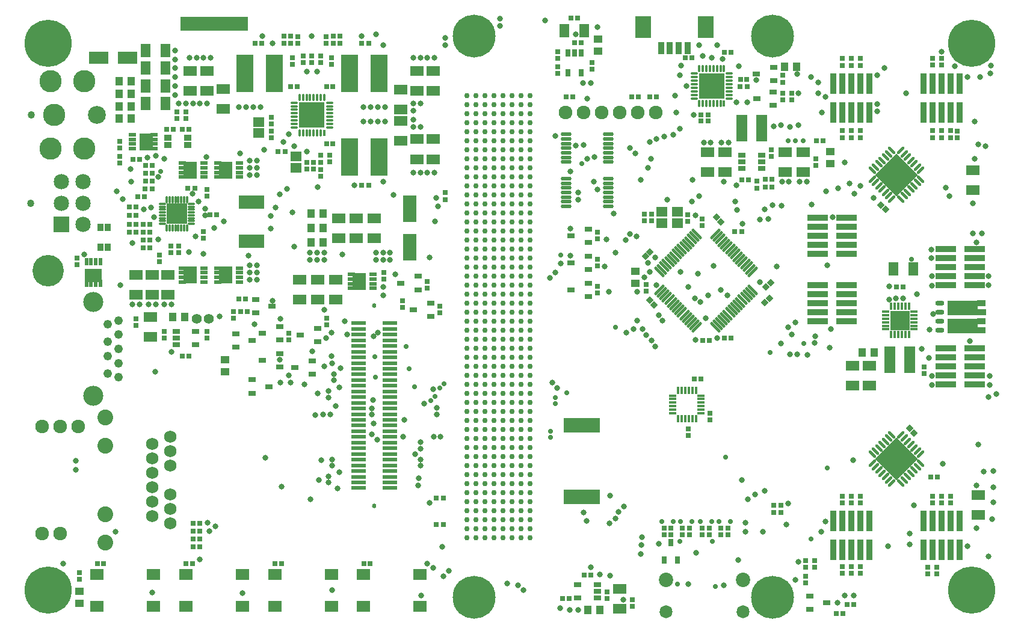
<source format=gts>
G04 Layer_Color=8388736*
%FSLAX25Y25*%
%MOIN*%
G70*
G01*
G75*
%ADD128R,0.08768X0.12311*%
%ADD129R,0.03650X0.06799*%
%ADD130R,0.04043X0.02153*%
%ADD131R,0.07193X0.09831*%
%ADD132R,0.11400X0.03300*%
%ADD133R,0.20185X0.08374*%
%ADD134R,0.03020X0.03020*%
%ADD135R,0.03020X0.03020*%
%ADD136R,0.02862X0.02665*%
%ADD137R,0.06209X0.05618*%
%ADD138R,0.14004X0.07705*%
%ADD139O,0.01287X0.04043*%
%ADD140O,0.04043X0.01287*%
%ADD141R,0.11524X0.11524*%
%ADD142R,0.02665X0.02862*%
%ADD143R,0.03453X0.04437*%
%ADD144O,0.04043X0.01484*%
%ADD145O,0.01484X0.04043*%
%ADD146P,0.04270X4X180.0*%
%ADD147O,0.06012X0.02272*%
%ADD148R,0.05618X0.07587*%
%ADD149R,0.04831X0.04437*%
%ADD150R,0.14083X0.14083*%
%ADD151O,0.03847X0.01484*%
%ADD152O,0.01484X0.03847*%
%ADD153O,0.01484X0.03650*%
%ADD154R,0.07587X0.05618*%
%ADD155P,0.23535X4X180.0*%
G04:AMPARAMS|DCode=156|XSize=16.81mil|YSize=52.24mil|CornerRadius=0mil|HoleSize=0mil|Usage=FLASHONLY|Rotation=135.000|XOffset=0mil|YOffset=0mil|HoleType=Round|Shape=Round|*
%AMOVALD156*
21,1,0.03543,0.01681,0.00000,0.00000,225.0*
1,1,0.01681,0.01253,0.01253*
1,1,0.01681,-0.01253,-0.01253*
%
%ADD156OVALD156*%

G04:AMPARAMS|DCode=157|XSize=16.81mil|YSize=52.24mil|CornerRadius=0mil|HoleSize=0mil|Usage=FLASHONLY|Rotation=225.000|XOffset=0mil|YOffset=0mil|HoleType=Round|Shape=Round|*
%AMOVALD157*
21,1,0.03543,0.01681,0.00000,0.00000,315.0*
1,1,0.01681,-0.01253,0.01253*
1,1,0.01681,0.01253,-0.01253*
%
%ADD157OVALD157*%

%ADD158R,0.03300X0.11400*%
%ADD159R,0.04437X0.04831*%
%ADD160R,0.04437X0.02862*%
%ADD161R,0.04043X0.02862*%
%ADD162P,0.04270X4X90.0*%
G04:AMPARAMS|DCode=163|XSize=16.81mil|YSize=75.87mil|CornerRadius=0mil|HoleSize=0mil|Usage=FLASHONLY|Rotation=45.000|XOffset=0mil|YOffset=0mil|HoleType=Round|Shape=Round|*
%AMOVALD163*
21,1,0.05905,0.01681,0.00000,0.00000,135.0*
1,1,0.01681,0.02088,-0.02088*
1,1,0.01681,-0.02088,0.02088*
%
%ADD163OVALD163*%

G04:AMPARAMS|DCode=164|XSize=16.81mil|YSize=75.87mil|CornerRadius=0mil|HoleSize=0mil|Usage=FLASHONLY|Rotation=315.000|XOffset=0mil|YOffset=0mil|HoleType=Round|Shape=Round|*
%AMOVALD164*
21,1,0.05905,0.01681,0.00000,0.00000,45.0*
1,1,0.01681,-0.02088,-0.02088*
1,1,0.01681,0.02088,0.02088*
%
%ADD164OVALD164*%

%ADD165O,0.05028X0.02862*%
%ADD166R,0.05028X0.03256*%
%ADD167R,0.05421X0.03256*%
%ADD168R,0.16642X0.08256*%
%ADD169R,0.06012X0.15067*%
%ADD170R,0.02862X0.04437*%
%ADD171R,0.08374X0.02468*%
%ADD172R,0.07587X0.14870*%
%ADD173R,0.10539X0.06602*%
%ADD174R,0.09831X0.07193*%
%ADD175R,0.02153X0.04043*%
%ADD176R,0.04240X0.02862*%
%ADD177R,0.07193X0.06209*%
%ADD178R,0.06012X0.05224*%
%ADD179R,0.10736X0.10736*%
%ADD180O,0.04240X0.01484*%
%ADD181O,0.01484X0.04240*%
%ADD182R,0.04437X0.03453*%
%ADD183R,0.09752X0.20579*%
%ADD184C,0.03000*%
%ADD185C,0.26091*%
%ADD186C,0.23728*%
%ADD187C,0.04043*%
%ADD188C,0.08500*%
%ADD189R,0.08500X0.08500*%
%ADD190C,0.07587*%
%ADD191C,0.08768*%
%ADD192C,0.06799*%
%ADD193C,0.07980*%
%ADD194C,0.07193*%
G04:AMPARAMS|DCode=195|XSize=123.11mil|YSize=123.11mil|CornerRadius=61.55mil|HoleSize=0mil|Usage=FLASHONLY|Rotation=0.000|XOffset=0mil|YOffset=0mil|HoleType=Round|Shape=RoundedRectangle|*
%AMROUNDEDRECTD195*
21,1,0.12311,0.00000,0,0,0.0*
21,1,0.00000,0.12311,0,0,0.0*
1,1,0.12311,0.00000,0.00000*
1,1,0.12311,0.00000,0.00000*
1,1,0.12311,0.00000,0.00000*
1,1,0.12311,0.00000,0.00000*
%
%ADD195ROUNDEDRECTD195*%
%ADD196C,0.09949*%
%ADD197C,0.04831*%
%ADD198C,0.11130*%
%ADD199C,0.02468*%
%ADD200C,0.17429*%
%ADD201C,0.00500*%
%ADD202C,0.03256*%
%ADD203C,0.02862*%
%ADD204C,0.03162*%
%ADD205C,0.05500*%
G36*
X-138779Y158465D02*
X-176181D01*
Y166339D01*
X-138779D01*
Y158465D01*
D02*
G37*
D128*
X114862Y160433D02*
D03*
X80020D02*
D03*
D129*
X104823Y149016D02*
D03*
X99902D02*
D03*
X94980D02*
D03*
X90059D02*
D03*
D130*
X-202815Y100886D02*
D03*
Y98327D02*
D03*
Y95768D02*
D03*
Y93209D02*
D03*
X-190886Y100886D02*
D03*
Y98327D02*
D03*
Y95768D02*
D03*
Y93209D02*
D03*
X-143642Y77461D02*
D03*
Y80020D02*
D03*
Y82579D02*
D03*
Y85138D02*
D03*
X-155571Y77461D02*
D03*
Y80020D02*
D03*
Y82579D02*
D03*
Y85138D02*
D03*
X-175256D02*
D03*
Y82579D02*
D03*
Y80020D02*
D03*
Y77461D02*
D03*
X-163327Y85138D02*
D03*
Y82579D02*
D03*
Y80020D02*
D03*
Y77461D02*
D03*
Y19390D02*
D03*
Y21949D02*
D03*
Y24508D02*
D03*
Y27067D02*
D03*
X-175256Y19390D02*
D03*
Y21949D02*
D03*
Y24508D02*
D03*
Y27067D02*
D03*
X-155571D02*
D03*
Y24508D02*
D03*
Y21949D02*
D03*
Y19390D02*
D03*
X-143642Y27067D02*
D03*
Y24508D02*
D03*
Y21949D02*
D03*
Y19390D02*
D03*
X-81555Y23524D02*
D03*
Y20965D02*
D03*
Y18406D02*
D03*
Y15846D02*
D03*
X-69626Y23524D02*
D03*
Y20965D02*
D03*
Y18406D02*
D03*
Y15846D02*
D03*
D131*
X-195177Y97047D02*
D03*
X-151279Y81299D02*
D03*
X-170965D02*
D03*
Y23228D02*
D03*
X-151279D02*
D03*
X-77264Y19685D02*
D03*
D132*
X177000Y55000D02*
D03*
X193000D02*
D03*
X177000Y50000D02*
D03*
X193000D02*
D03*
X177000Y45000D02*
D03*
X193000D02*
D03*
X177000Y40000D02*
D03*
X193000D02*
D03*
X177000Y35000D02*
D03*
X193000D02*
D03*
X247905Y-17559D02*
D03*
Y-22559D02*
D03*
Y-27559D02*
D03*
X263906Y-17559D02*
D03*
Y-27559D02*
D03*
Y-32559D02*
D03*
Y-22559D02*
D03*
X247905Y-32559D02*
D03*
Y-37559D02*
D03*
X263906D02*
D03*
X177000Y17500D02*
D03*
Y12500D02*
D03*
Y7500D02*
D03*
X193000Y17500D02*
D03*
Y7500D02*
D03*
Y2500D02*
D03*
Y12500D02*
D03*
X177000Y2500D02*
D03*
Y-2500D02*
D03*
X193000D02*
D03*
X247905Y37559D02*
D03*
Y32559D02*
D03*
Y27559D02*
D03*
X263906Y37559D02*
D03*
Y27559D02*
D03*
Y22559D02*
D03*
Y32559D02*
D03*
X247905Y22559D02*
D03*
Y17559D02*
D03*
X263906D02*
D03*
D133*
X46063Y-99606D02*
D03*
Y-60236D02*
D03*
D134*
X-111378Y127559D02*
D03*
X-115000D02*
D03*
X-91693D02*
D03*
X-95315D02*
D03*
X-156063Y56693D02*
D03*
X-159685D02*
D03*
X108425Y-34449D02*
D03*
X112047D02*
D03*
X43937Y165551D02*
D03*
X40315D02*
D03*
X125157Y146653D02*
D03*
X128779D02*
D03*
X107126Y143701D02*
D03*
X103504D02*
D03*
X134016Y131496D02*
D03*
X137638D02*
D03*
X147795Y72047D02*
D03*
X151417D02*
D03*
X224252Y16732D02*
D03*
X220630D02*
D03*
X35394Y-156102D02*
D03*
X39016D02*
D03*
X-91378Y155512D02*
D03*
X-87756D02*
D03*
X-91378Y151575D02*
D03*
X-87756D02*
D03*
X-115315Y155512D02*
D03*
X-118937D02*
D03*
X-115315Y151575D02*
D03*
X-118937D02*
D03*
X-198976Y87402D02*
D03*
X-202598D02*
D03*
X-165512Y-114567D02*
D03*
X-169134D02*
D03*
X-222284Y-136811D02*
D03*
X-218661D02*
D03*
X-173071D02*
D03*
X-169449D02*
D03*
X-123858D02*
D03*
X-120236D02*
D03*
X-74646D02*
D03*
X-71024D02*
D03*
X-191890Y75197D02*
D03*
X-195512D02*
D03*
X-196221Y66535D02*
D03*
X-199843D02*
D03*
X-200945Y56299D02*
D03*
X-204567D02*
D03*
X-193071Y42520D02*
D03*
X-196693D02*
D03*
X-193071Y51181D02*
D03*
X-196693D02*
D03*
X-193071Y46850D02*
D03*
X-196693D02*
D03*
X-191890Y79528D02*
D03*
X-195512D02*
D03*
X-91693Y96063D02*
D03*
X-95315D02*
D03*
X45906Y151772D02*
D03*
X42283D02*
D03*
X116811Y-13000D02*
D03*
X113189D02*
D03*
D135*
X-92520Y139921D02*
D03*
Y143543D02*
D03*
X-114173Y139921D02*
D03*
Y143543D02*
D03*
X-163386Y47087D02*
D03*
Y43465D02*
D03*
X-161417Y70551D02*
D03*
Y66929D02*
D03*
X-187992Y30669D02*
D03*
Y34291D02*
D03*
X117126Y-53307D02*
D03*
Y-56929D02*
D03*
X105315Y-62165D02*
D03*
Y-65787D02*
D03*
X51968Y140984D02*
D03*
Y137362D02*
D03*
X175984Y87638D02*
D03*
Y84016D02*
D03*
X151307Y88976D02*
D03*
Y92598D02*
D03*
X112992Y50551D02*
D03*
Y54173D02*
D03*
X105000Y53000D02*
D03*
Y56622D02*
D03*
X85000Y56811D02*
D03*
Y53189D02*
D03*
X81000Y56811D02*
D03*
Y53189D02*
D03*
X82000Y14189D02*
D03*
Y17811D02*
D03*
X175197Y-135000D02*
D03*
Y-138622D02*
D03*
X127165Y-117087D02*
D03*
Y-120709D02*
D03*
X123228Y-117087D02*
D03*
Y-120709D02*
D03*
X116929Y-117087D02*
D03*
Y-120709D02*
D03*
X112992Y-117087D02*
D03*
Y-120709D02*
D03*
X105905Y-117087D02*
D03*
Y-120709D02*
D03*
X101969Y-117087D02*
D03*
Y-120709D02*
D03*
X95669Y-117087D02*
D03*
Y-120709D02*
D03*
X60039Y-155945D02*
D03*
Y-152323D02*
D03*
X-209842Y97087D02*
D03*
Y93465D02*
D03*
X-233465Y28898D02*
D03*
Y32520D02*
D03*
X-161417Y-11654D02*
D03*
Y-8032D02*
D03*
X-200787Y-1142D02*
D03*
Y-4764D02*
D03*
X-185039Y-8032D02*
D03*
Y-11654D02*
D03*
X-95000Y-689D02*
D03*
Y-4311D02*
D03*
X91732Y-117087D02*
D03*
Y-120709D02*
D03*
X116142Y112047D02*
D03*
Y108425D02*
D03*
X112205Y112047D02*
D03*
Y108425D02*
D03*
X74213Y-160276D02*
D03*
Y-156653D02*
D03*
X-173228Y113622D02*
D03*
Y110000D02*
D03*
X-178150Y113622D02*
D03*
Y110000D02*
D03*
X-93504Y89567D02*
D03*
Y85945D02*
D03*
X-102362Y85473D02*
D03*
Y81850D02*
D03*
X-98425Y81535D02*
D03*
Y77913D02*
D03*
D136*
Y144587D02*
D03*
Y140847D02*
D03*
X-103347D02*
D03*
Y144587D02*
D03*
X-108268D02*
D03*
Y140847D02*
D03*
X-125984Y102854D02*
D03*
Y99114D02*
D03*
Y110728D02*
D03*
Y106988D02*
D03*
X-177165Y35531D02*
D03*
Y39272D02*
D03*
X-181496Y35531D02*
D03*
Y39272D02*
D03*
X32677Y138681D02*
D03*
Y134941D02*
D03*
X200472Y139370D02*
D03*
Y143110D02*
D03*
X195472Y139370D02*
D03*
Y143110D02*
D03*
X190472Y139370D02*
D03*
Y143110D02*
D03*
X245472Y139469D02*
D03*
Y143209D02*
D03*
X240472Y139469D02*
D03*
Y143209D02*
D03*
X250472Y103110D02*
D03*
Y99370D02*
D03*
X254331Y103051D02*
D03*
Y99311D02*
D03*
X245472Y103110D02*
D03*
Y99370D02*
D03*
X240472Y103110D02*
D03*
Y99370D02*
D03*
X200472Y103110D02*
D03*
Y99370D02*
D03*
X195472Y103110D02*
D03*
Y99370D02*
D03*
X190472Y103110D02*
D03*
Y99370D02*
D03*
X157480Y133760D02*
D03*
Y130020D02*
D03*
X162402Y120177D02*
D03*
Y123917D02*
D03*
X157480Y120177D02*
D03*
Y123917D02*
D03*
X143307Y75098D02*
D03*
Y71358D02*
D03*
X250472Y-103110D02*
D03*
Y-99370D02*
D03*
X245472Y-103110D02*
D03*
Y-99370D02*
D03*
X240472Y-103110D02*
D03*
Y-99370D02*
D03*
X200472Y-103110D02*
D03*
Y-99370D02*
D03*
X195472Y-103110D02*
D03*
Y-99370D02*
D03*
X190472Y-103110D02*
D03*
Y-99370D02*
D03*
X242913Y-142421D02*
D03*
Y-138681D02*
D03*
X237972Y-142480D02*
D03*
Y-138740D02*
D03*
X200472Y-138435D02*
D03*
Y-142175D02*
D03*
X195472Y-138484D02*
D03*
Y-142224D02*
D03*
X190472Y-138484D02*
D03*
Y-142224D02*
D03*
X170276Y-134941D02*
D03*
Y-138681D02*
D03*
Y-147539D02*
D03*
Y-143799D02*
D03*
X-63386Y20965D02*
D03*
Y24705D02*
D03*
X-53150Y5118D02*
D03*
Y8858D02*
D03*
X-29528Y65059D02*
D03*
Y68799D02*
D03*
X-95472Y151673D02*
D03*
Y155413D02*
D03*
X-111221Y151673D02*
D03*
Y155413D02*
D03*
X-209842Y88878D02*
D03*
Y85138D02*
D03*
X-116000Y-9130D02*
D03*
Y-12870D02*
D03*
X-146850Y3051D02*
D03*
Y-689D02*
D03*
X-232283Y-141831D02*
D03*
Y-145571D02*
D03*
X235827Y-31398D02*
D03*
Y-27657D02*
D03*
X-32480Y2165D02*
D03*
Y5906D02*
D03*
X-39370Y15945D02*
D03*
Y19685D02*
D03*
X-106299Y81890D02*
D03*
Y85630D02*
D03*
X-98425Y89468D02*
D03*
Y85728D02*
D03*
X32677Y146949D02*
D03*
Y143209D02*
D03*
X55000Y43130D02*
D03*
Y46870D02*
D03*
Y28130D02*
D03*
Y31870D02*
D03*
Y13130D02*
D03*
Y16870D02*
D03*
D137*
X-132874Y108071D02*
D03*
Y101772D02*
D03*
X-112205Y88779D02*
D03*
Y82480D02*
D03*
D138*
X-136811Y41850D02*
D03*
Y63661D02*
D03*
D139*
X-172638Y65059D02*
D03*
X-174213D02*
D03*
X-175787D02*
D03*
X-177362D02*
D03*
X-178937D02*
D03*
X-180512D02*
D03*
X-182087D02*
D03*
X-183661D02*
D03*
Y49114D02*
D03*
X-182087D02*
D03*
X-180512D02*
D03*
X-178937D02*
D03*
X-177362D02*
D03*
X-175787D02*
D03*
X-174213D02*
D03*
X-172638D02*
D03*
D140*
X-186122Y62598D02*
D03*
Y61024D02*
D03*
Y59449D02*
D03*
Y57874D02*
D03*
Y56299D02*
D03*
Y54724D02*
D03*
Y53150D02*
D03*
Y51575D02*
D03*
X-170177D02*
D03*
Y53150D02*
D03*
Y54724D02*
D03*
Y56299D02*
D03*
Y57874D02*
D03*
Y59449D02*
D03*
Y61024D02*
D03*
Y62598D02*
D03*
D141*
X-178150Y57087D02*
D03*
D142*
X-172047Y71260D02*
D03*
X-168307D02*
D03*
X-193012Y38189D02*
D03*
X-196752D02*
D03*
X131004Y47244D02*
D03*
X134744D02*
D03*
X133957Y127559D02*
D03*
X137697D02*
D03*
X176083Y97638D02*
D03*
X179823D02*
D03*
X151476Y76378D02*
D03*
X147736D02*
D03*
X138610Y75827D02*
D03*
X134870D02*
D03*
X243209Y-88583D02*
D03*
X239469D02*
D03*
X156398Y-104331D02*
D03*
X152657D02*
D03*
X156398Y-108268D02*
D03*
X152657D02*
D03*
X51279Y-143110D02*
D03*
X47539D02*
D03*
X-75689Y151575D02*
D03*
X-71949D02*
D03*
X-131004D02*
D03*
X-134744D02*
D03*
X-175098Y-21654D02*
D03*
X-171358D02*
D03*
X-140130Y10000D02*
D03*
X-143870D02*
D03*
X-139130Y3000D02*
D03*
X-142870D02*
D03*
X-165453Y-118898D02*
D03*
X-169193D02*
D03*
X-165453Y-123228D02*
D03*
X-169193D02*
D03*
Y-127559D02*
D03*
X-165453D02*
D03*
X187106Y-164370D02*
D03*
X190847D02*
D03*
X193012Y-159449D02*
D03*
X196752D02*
D03*
X-191929Y70866D02*
D03*
X-195669D02*
D03*
X-200886Y61024D02*
D03*
X-204626D02*
D03*
X-191831Y83858D02*
D03*
X-195571D02*
D03*
X-200886Y51181D02*
D03*
X-204626D02*
D03*
X-200886Y46850D02*
D03*
X-204626D02*
D03*
X-171358Y103937D02*
D03*
X-175098D02*
D03*
X-180118D02*
D03*
X-183858D02*
D03*
X-118316Y91748D02*
D03*
X-122057D02*
D03*
X-75689Y72835D02*
D03*
X-71949D02*
D03*
X-34350Y-115157D02*
D03*
X-30610D02*
D03*
X128839Y-11811D02*
D03*
X125098D02*
D03*
X-34350Y-100394D02*
D03*
X-30610D02*
D03*
X41240Y121850D02*
D03*
X37500D02*
D03*
X73917D02*
D03*
X77658D02*
D03*
X83760Y122047D02*
D03*
X87500D02*
D03*
D143*
X-216496Y49563D02*
D03*
Y38626D02*
D03*
X-220512Y49563D02*
D03*
Y38626D02*
D03*
D144*
X96586Y-43602D02*
D03*
Y-45571D02*
D03*
Y-47539D02*
D03*
Y-49508D02*
D03*
Y-51476D02*
D03*
Y-53445D02*
D03*
X112334D02*
D03*
Y-51476D02*
D03*
Y-49508D02*
D03*
Y-47539D02*
D03*
Y-45571D02*
D03*
Y-43602D02*
D03*
D145*
X99539Y-56398D02*
D03*
X101507D02*
D03*
X103476D02*
D03*
X105444D02*
D03*
X107413D02*
D03*
X109381D02*
D03*
Y-40650D02*
D03*
X107413D02*
D03*
X105444D02*
D03*
X103476D02*
D03*
X101507D02*
D03*
X99539D02*
D03*
D146*
X150887Y18997D02*
D03*
X148326Y16436D02*
D03*
X150100Y10336D02*
D03*
X147538Y7774D02*
D03*
X84000Y36000D02*
D03*
X81439Y33439D02*
D03*
D147*
X37598Y76575D02*
D03*
Y74016D02*
D03*
Y71457D02*
D03*
Y68898D02*
D03*
Y66339D02*
D03*
Y63779D02*
D03*
Y61221D02*
D03*
X60827Y76575D02*
D03*
Y74016D02*
D03*
Y71457D02*
D03*
Y68898D02*
D03*
Y66339D02*
D03*
Y63779D02*
D03*
Y61221D02*
D03*
X37598Y101181D02*
D03*
Y98622D02*
D03*
Y96063D02*
D03*
Y93504D02*
D03*
Y90945D02*
D03*
Y88386D02*
D03*
Y85827D02*
D03*
X60827Y101181D02*
D03*
Y98622D02*
D03*
Y96063D02*
D03*
Y93504D02*
D03*
Y90945D02*
D03*
Y88386D02*
D03*
Y85827D02*
D03*
D148*
X47638Y158465D02*
D03*
X36614D02*
D03*
X229921Y26575D02*
D03*
X218898D02*
D03*
X-195472Y127953D02*
D03*
X-184449D02*
D03*
X-195472Y118110D02*
D03*
X-184449D02*
D03*
X-195472Y137795D02*
D03*
X-184449D02*
D03*
X-195472Y147638D02*
D03*
X-184449D02*
D03*
D149*
X55118Y153937D02*
D03*
Y147244D02*
D03*
X76000Y25346D02*
D03*
Y18654D02*
D03*
X-151575Y-23819D02*
D03*
Y-30512D02*
D03*
X-232283Y-152165D02*
D03*
Y-158858D02*
D03*
X183858Y91535D02*
D03*
Y84842D02*
D03*
D150*
X118110Y127953D02*
D03*
X-103347Y111811D02*
D03*
D151*
X108366Y121063D02*
D03*
Y123031D02*
D03*
Y125000D02*
D03*
Y126969D02*
D03*
Y128937D02*
D03*
Y130905D02*
D03*
Y132874D02*
D03*
Y134843D02*
D03*
X127854D02*
D03*
Y132874D02*
D03*
Y130905D02*
D03*
Y128937D02*
D03*
Y126969D02*
D03*
Y125000D02*
D03*
Y123031D02*
D03*
Y121063D02*
D03*
X-93602Y104921D02*
D03*
Y106890D02*
D03*
Y108858D02*
D03*
Y110827D02*
D03*
Y112795D02*
D03*
Y114764D02*
D03*
Y116732D02*
D03*
Y118701D02*
D03*
X-113091D02*
D03*
Y116732D02*
D03*
Y114764D02*
D03*
Y112795D02*
D03*
Y110827D02*
D03*
Y108858D02*
D03*
Y106890D02*
D03*
Y104921D02*
D03*
D152*
X111221Y137697D02*
D03*
X113189D02*
D03*
X115157D02*
D03*
X117126D02*
D03*
X119095D02*
D03*
X121063D02*
D03*
X123031D02*
D03*
X125000D02*
D03*
X123031Y118209D02*
D03*
X121063D02*
D03*
X119095D02*
D03*
X117126D02*
D03*
X115157D02*
D03*
X113189D02*
D03*
X111221D02*
D03*
X-110236Y102067D02*
D03*
X-108268D02*
D03*
X-106299D02*
D03*
X-104331D02*
D03*
X-102362D02*
D03*
X-100394D02*
D03*
X-98425D02*
D03*
X-96457Y121555D02*
D03*
X-98425D02*
D03*
X-100394D02*
D03*
X-102362D02*
D03*
X-104331D02*
D03*
X-106299D02*
D03*
X-108268D02*
D03*
X-110236D02*
D03*
D153*
X125000Y118209D02*
D03*
X-96457Y102067D02*
D03*
D154*
X262795Y81299D02*
D03*
Y70276D02*
D03*
X168827Y80354D02*
D03*
Y91378D02*
D03*
X158984D02*
D03*
Y80354D02*
D03*
X125520D02*
D03*
Y91378D02*
D03*
X196063Y-27165D02*
D03*
Y-38189D02*
D03*
X205512Y-27165D02*
D03*
Y-38189D02*
D03*
X67126Y-161614D02*
D03*
Y-150591D02*
D03*
X-152559Y126181D02*
D03*
Y115157D02*
D03*
X-161614Y136221D02*
D03*
Y125197D02*
D03*
X-170669Y136221D02*
D03*
Y125197D02*
D03*
X-183071Y23228D02*
D03*
Y12205D02*
D03*
X-191929Y23228D02*
D03*
Y12205D02*
D03*
X-200787Y23228D02*
D03*
Y12205D02*
D03*
X-192913Y0D02*
D03*
Y-11024D02*
D03*
X265748Y-98819D02*
D03*
Y-109843D02*
D03*
X-100000Y9488D02*
D03*
Y20512D02*
D03*
X-90000Y9488D02*
D03*
Y20512D02*
D03*
X-110000Y9488D02*
D03*
Y20512D02*
D03*
X-45079Y136221D02*
D03*
Y125197D02*
D03*
X-36024Y136221D02*
D03*
Y125197D02*
D03*
X-54134Y125984D02*
D03*
Y114961D02*
D03*
X115677Y80354D02*
D03*
Y91378D02*
D03*
X-45079Y98425D02*
D03*
Y87402D02*
D03*
X-36024Y98425D02*
D03*
Y87402D02*
D03*
X-54134Y108661D02*
D03*
Y97638D02*
D03*
X-88583Y43701D02*
D03*
Y54724D02*
D03*
X-78740Y43701D02*
D03*
Y54724D02*
D03*
X-68898Y43701D02*
D03*
Y54724D02*
D03*
D155*
X220472Y78740D02*
D03*
Y-78740D02*
D03*
D156*
X217967Y65377D02*
D03*
X216157Y67187D02*
D03*
X214348Y68997D02*
D03*
X212538Y70806D02*
D03*
X210729Y72616D02*
D03*
X208919Y74425D02*
D03*
X207110Y76235D02*
D03*
X222978Y92103D02*
D03*
X224787Y90293D02*
D03*
X226597Y88484D02*
D03*
X228407Y86674D02*
D03*
X230216Y84865D02*
D03*
X232026Y83055D02*
D03*
X233835Y81246D02*
D03*
X207110Y-81246D02*
D03*
X208919Y-83055D02*
D03*
X210729Y-84865D02*
D03*
X212538Y-86674D02*
D03*
X214348Y-88484D02*
D03*
X216157Y-90293D02*
D03*
X217967Y-92103D02*
D03*
X233835Y-76235D02*
D03*
X232026Y-74425D02*
D03*
X230216Y-72616D02*
D03*
X228407Y-70806D02*
D03*
X226597Y-68997D02*
D03*
X224787Y-67187D02*
D03*
X222978Y-65377D02*
D03*
D157*
X207110Y81246D02*
D03*
X208919Y83055D02*
D03*
X210729Y84865D02*
D03*
X212538Y86674D02*
D03*
X214348Y88484D02*
D03*
X216157Y90293D02*
D03*
X217967Y92103D02*
D03*
X233835Y76235D02*
D03*
X232026Y74425D02*
D03*
X230216Y72616D02*
D03*
X228407Y70806D02*
D03*
X226597Y68997D02*
D03*
X224787Y67187D02*
D03*
X222978Y65377D02*
D03*
X217967Y-65377D02*
D03*
X216157Y-67187D02*
D03*
X214348Y-68997D02*
D03*
X212538Y-70806D02*
D03*
X210729Y-72616D02*
D03*
X208919Y-74425D02*
D03*
X207110Y-76235D02*
D03*
X222978Y-92103D02*
D03*
X224787Y-90293D02*
D03*
X226597Y-88484D02*
D03*
X228407Y-86674D02*
D03*
X230216Y-84865D02*
D03*
X232026Y-83055D02*
D03*
X233835Y-81246D02*
D03*
D158*
X255472Y129240D02*
D03*
Y113240D02*
D03*
X250472Y129240D02*
D03*
Y113240D02*
D03*
X245472Y129240D02*
D03*
Y113240D02*
D03*
X240472Y129240D02*
D03*
Y113240D02*
D03*
X235472Y129240D02*
D03*
Y113240D02*
D03*
X205472Y129240D02*
D03*
Y113240D02*
D03*
X200472Y129240D02*
D03*
Y113240D02*
D03*
X195472Y129240D02*
D03*
Y113240D02*
D03*
X190472Y129240D02*
D03*
Y113240D02*
D03*
X185472Y129240D02*
D03*
Y113240D02*
D03*
X235472Y-129240D02*
D03*
Y-113240D02*
D03*
X240472Y-129240D02*
D03*
Y-113240D02*
D03*
X245472Y-129240D02*
D03*
Y-113240D02*
D03*
X250472Y-129240D02*
D03*
Y-113240D02*
D03*
X255472Y-129240D02*
D03*
Y-113240D02*
D03*
X185472Y-129240D02*
D03*
Y-113240D02*
D03*
X190472Y-129240D02*
D03*
Y-113240D02*
D03*
X195472Y-129240D02*
D03*
Y-113240D02*
D03*
X200472Y-129240D02*
D03*
Y-113240D02*
D03*
X205472Y-129240D02*
D03*
Y-113240D02*
D03*
D159*
X158465Y138583D02*
D03*
X165157D02*
D03*
X56299Y-162402D02*
D03*
X49606D02*
D03*
X-203346Y130512D02*
D03*
X-210039D02*
D03*
X-203346Y123622D02*
D03*
X-210039D02*
D03*
X-203346Y116732D02*
D03*
X-210039D02*
D03*
X-203346Y109843D02*
D03*
X-210039D02*
D03*
X-180512Y0D02*
D03*
X-173819D02*
D03*
X201378Y-19685D02*
D03*
X208071D02*
D03*
X-97047Y57087D02*
D03*
X-103740D02*
D03*
X-97047Y49213D02*
D03*
X-103740D02*
D03*
X-97047Y41339D02*
D03*
X-103740D02*
D03*
D160*
X142913Y134646D02*
D03*
X152362Y138386D02*
D03*
Y130905D02*
D03*
X40276Y45000D02*
D03*
X49724Y48740D02*
D03*
Y41260D02*
D03*
X40276Y30000D02*
D03*
X49724Y33740D02*
D03*
Y26260D02*
D03*
X40276Y15000D02*
D03*
X49724Y18740D02*
D03*
Y11260D02*
D03*
X181890Y-158465D02*
D03*
X172441Y-162205D02*
D03*
Y-154724D02*
D03*
X54823Y-155905D02*
D03*
Y-152165D02*
D03*
Y-148425D02*
D03*
X43996D02*
D03*
Y-155905D02*
D03*
X-54080Y18701D02*
D03*
X-44631Y22441D02*
D03*
Y14961D02*
D03*
X-47047Y3937D02*
D03*
X-37598Y7677D02*
D03*
Y197D02*
D03*
X-178642Y-8071D02*
D03*
Y-11811D02*
D03*
Y-15551D02*
D03*
X-167815D02*
D03*
Y-8071D02*
D03*
X-130724Y-9000D02*
D03*
X-121276Y-5260D02*
D03*
Y-12740D02*
D03*
X-109724Y-10000D02*
D03*
X-100276Y-6260D02*
D03*
Y-13740D02*
D03*
X-112724Y-28000D02*
D03*
X-103276Y-24260D02*
D03*
Y-31740D02*
D03*
X-127165Y-38583D02*
D03*
X-136614Y-42323D02*
D03*
Y-34843D02*
D03*
X-130724Y-24000D02*
D03*
X-121276Y-20260D02*
D03*
Y-27740D02*
D03*
X134870Y89606D02*
D03*
Y85866D02*
D03*
Y82126D02*
D03*
X145697D02*
D03*
Y85866D02*
D03*
Y89606D02*
D03*
D161*
X143110Y120866D02*
D03*
X152165Y124606D02*
D03*
Y117126D02*
D03*
D162*
X123281Y52719D02*
D03*
X120719Y55281D02*
D03*
X83719Y9281D02*
D03*
X86281Y6719D02*
D03*
X212000Y62000D02*
D03*
X214561Y59439D02*
D03*
X227719Y-61719D02*
D03*
X230281Y-64281D02*
D03*
D163*
X139498Y13597D02*
D03*
X140890Y14989D02*
D03*
X136714Y10813D02*
D03*
X138106Y12205D02*
D03*
X131147Y5245D02*
D03*
X132538Y6637D02*
D03*
X129755Y3853D02*
D03*
X135322Y9421D02*
D03*
X133930Y8029D02*
D03*
X126971Y1070D02*
D03*
X128363Y2461D02*
D03*
X121403Y-4498D02*
D03*
X122795Y-3106D02*
D03*
X120011Y-5890D02*
D03*
X125579Y-322D02*
D03*
X124187Y-1714D02*
D03*
X109989Y45890D02*
D03*
X108597Y44498D02*
D03*
X107205Y43106D02*
D03*
X105813Y41714D02*
D03*
X100245Y36147D02*
D03*
X101637Y37538D02*
D03*
X98853Y34755D02*
D03*
X104421Y40322D02*
D03*
X103029Y38930D02*
D03*
X97461Y33363D02*
D03*
X96070Y31971D02*
D03*
X90502Y26403D02*
D03*
X91894Y27795D02*
D03*
X89110Y25011D02*
D03*
X94678Y30579D02*
D03*
X93286Y29187D02*
D03*
D164*
X140890Y25011D02*
D03*
X139498Y26403D02*
D03*
X136714Y29187D02*
D03*
X135322Y30579D02*
D03*
X138106Y27795D02*
D03*
X132538Y33363D02*
D03*
X133930Y31971D02*
D03*
X131147Y34755D02*
D03*
X129755Y36147D02*
D03*
X128363Y37538D02*
D03*
X101637Y2461D02*
D03*
X100245Y3853D02*
D03*
X103029Y1070D02*
D03*
X97461Y6637D02*
D03*
X98853Y5245D02*
D03*
X108597Y-4498D02*
D03*
X107205Y-3106D02*
D03*
X109989Y-5890D02*
D03*
X104421Y-322D02*
D03*
X105813Y-1714D02*
D03*
X125579Y40322D02*
D03*
X124187Y41714D02*
D03*
X126971Y38930D02*
D03*
X120011Y45890D02*
D03*
X122795Y43106D02*
D03*
X121403Y44498D02*
D03*
X94678Y9421D02*
D03*
X90502Y13597D02*
D03*
X96070Y8029D02*
D03*
X91894Y12205D02*
D03*
X89110Y14989D02*
D03*
X93286Y10813D02*
D03*
D165*
X244390Y7500D02*
D03*
Y2500D02*
D03*
Y-2500D02*
D03*
Y-7500D02*
D03*
D166*
X267421Y7500D02*
D03*
Y-2500D02*
D03*
Y-7500D02*
D03*
D167*
Y2500D02*
D03*
D168*
X257165Y5000D02*
D03*
Y-5000D02*
D03*
D169*
X227953Y-23622D02*
D03*
X216929D02*
D03*
X134772Y104567D02*
D03*
X145795D02*
D03*
D170*
X91732Y-134646D02*
D03*
X99213D02*
D03*
X95472Y-125197D02*
D03*
X45866Y146161D02*
D03*
X42126D02*
D03*
X38386D02*
D03*
Y135335D02*
D03*
X45866D02*
D03*
D171*
X-77559Y-82284D02*
D03*
Y-79134D02*
D03*
Y-72835D02*
D03*
Y-69685D02*
D03*
X-60236Y-91732D02*
D03*
Y-88583D02*
D03*
Y-82284D02*
D03*
Y-79134D02*
D03*
Y-72835D02*
D03*
Y-69685D02*
D03*
Y-12992D02*
D03*
Y-9843D02*
D03*
Y-16142D02*
D03*
Y-3543D02*
D03*
D03*
Y-6693D02*
D03*
Y-41339D02*
D03*
Y-38189D02*
D03*
Y-47638D02*
D03*
Y-19291D02*
D03*
Y-22441D02*
D03*
Y-35039D02*
D03*
Y-31890D02*
D03*
Y-44488D02*
D03*
Y-25591D02*
D03*
Y-28740D02*
D03*
Y-63386D02*
D03*
Y-60236D02*
D03*
Y-66535D02*
D03*
Y-53937D02*
D03*
Y-50787D02*
D03*
Y-57087D02*
D03*
Y-75984D02*
D03*
Y-85433D02*
D03*
Y-94882D02*
D03*
X-77559Y-3543D02*
D03*
Y-6693D02*
D03*
Y-12992D02*
D03*
Y-9843D02*
D03*
Y-16142D02*
D03*
Y-41339D02*
D03*
Y-38189D02*
D03*
Y-44488D02*
D03*
Y-19291D02*
D03*
Y-22441D02*
D03*
Y-25591D02*
D03*
Y-28740D02*
D03*
Y-31890D02*
D03*
Y-35039D02*
D03*
Y-50787D02*
D03*
Y-47638D02*
D03*
Y-57087D02*
D03*
Y-53937D02*
D03*
Y-60236D02*
D03*
Y-63386D02*
D03*
Y-66535D02*
D03*
Y-85433D02*
D03*
Y-88583D02*
D03*
Y-75984D02*
D03*
Y-91732D02*
D03*
Y-94882D02*
D03*
D172*
X-49213Y59842D02*
D03*
Y38583D02*
D03*
D173*
X-221555Y143701D02*
D03*
X-205610D02*
D03*
D174*
X-224410Y22933D02*
D03*
D175*
X-228248Y18642D02*
D03*
X-225689D02*
D03*
X-223130D02*
D03*
X-220571D02*
D03*
X-228248Y30571D02*
D03*
X-225689D02*
D03*
X-223130D02*
D03*
X-220571D02*
D03*
D176*
X-125374Y6000D02*
D03*
X-134626Y2260D02*
D03*
Y9740D02*
D03*
X-136374Y-13150D02*
D03*
X-145626Y-16890D02*
D03*
Y-9410D02*
D03*
D177*
X-222342Y-142717D02*
D03*
X-191043D02*
D03*
X-222342Y-160433D02*
D03*
X-191043D02*
D03*
X-173130Y-142717D02*
D03*
X-141831D02*
D03*
X-173130Y-160433D02*
D03*
X-141831D02*
D03*
X-123917Y-142717D02*
D03*
X-92618D02*
D03*
X-123917Y-160433D02*
D03*
X-92618D02*
D03*
X-74705Y-142717D02*
D03*
X-43406D02*
D03*
X-74705Y-160433D02*
D03*
X-43406D02*
D03*
D178*
X99331Y58150D02*
D03*
Y51850D02*
D03*
X90669Y58150D02*
D03*
Y51850D02*
D03*
D179*
X222441Y-1969D02*
D03*
D180*
X214665Y-6890D02*
D03*
Y-4921D02*
D03*
Y-2953D02*
D03*
Y-984D02*
D03*
Y984D02*
D03*
Y2953D02*
D03*
X230217D02*
D03*
Y984D02*
D03*
Y-984D02*
D03*
Y-2953D02*
D03*
Y-4921D02*
D03*
Y-6890D02*
D03*
D181*
X217520Y5807D02*
D03*
X219488D02*
D03*
X221457D02*
D03*
X223425D02*
D03*
X225394D02*
D03*
X227362D02*
D03*
Y-9744D02*
D03*
X225394D02*
D03*
X223425D02*
D03*
X221457D02*
D03*
X219488D02*
D03*
X217520D02*
D03*
D182*
X-172091Y99252D02*
D03*
Y95236D02*
D03*
X-183028Y99252D02*
D03*
Y95236D02*
D03*
D183*
X-66043Y135039D02*
D03*
X-82382D02*
D03*
X-66043Y88583D02*
D03*
X-82382D02*
D03*
X-140650Y135039D02*
D03*
X-124311D02*
D03*
D184*
X17500Y-7500D02*
D03*
Y-2500D02*
D03*
Y22500D02*
D03*
Y27500D02*
D03*
X-17500Y-47500D02*
D03*
Y-42500D02*
D03*
X17500Y-52500D02*
D03*
Y-47500D02*
D03*
Y-67500D02*
D03*
Y-62500D02*
D03*
Y117500D02*
D03*
Y122500D02*
D03*
Y102500D02*
D03*
Y112500D02*
D03*
Y107500D02*
D03*
X12500Y122500D02*
D03*
Y107500D02*
D03*
X17500Y77500D02*
D03*
Y82500D02*
D03*
Y67500D02*
D03*
Y72500D02*
D03*
Y92500D02*
D03*
Y97500D02*
D03*
Y87500D02*
D03*
X12500Y112500D02*
D03*
Y117500D02*
D03*
Y97500D02*
D03*
Y102500D02*
D03*
X7500Y97500D02*
D03*
X12500Y72500D02*
D03*
Y77500D02*
D03*
Y67500D02*
D03*
Y87500D02*
D03*
Y92500D02*
D03*
Y82500D02*
D03*
X17500Y42500D02*
D03*
Y47500D02*
D03*
Y32500D02*
D03*
Y37500D02*
D03*
Y57500D02*
D03*
Y62500D02*
D03*
Y52500D02*
D03*
Y7500D02*
D03*
Y12500D02*
D03*
Y2500D02*
D03*
Y17500D02*
D03*
X12500Y42500D02*
D03*
Y47500D02*
D03*
Y32500D02*
D03*
Y37500D02*
D03*
Y57500D02*
D03*
Y62500D02*
D03*
Y52500D02*
D03*
Y12500D02*
D03*
Y17500D02*
D03*
Y7500D02*
D03*
Y27500D02*
D03*
X7500D02*
D03*
X12500Y22500D02*
D03*
X7500Y117500D02*
D03*
Y122500D02*
D03*
Y102500D02*
D03*
Y112500D02*
D03*
Y107500D02*
D03*
Y72500D02*
D03*
Y77500D02*
D03*
Y67500D02*
D03*
Y87500D02*
D03*
Y92500D02*
D03*
Y82500D02*
D03*
X2500Y112500D02*
D03*
Y117500D02*
D03*
Y102500D02*
D03*
Y107500D02*
D03*
Y122500D02*
D03*
Y77500D02*
D03*
Y82500D02*
D03*
Y72500D02*
D03*
Y92500D02*
D03*
Y97500D02*
D03*
Y87500D02*
D03*
X7500Y42500D02*
D03*
Y47500D02*
D03*
Y32500D02*
D03*
Y37500D02*
D03*
Y57500D02*
D03*
Y62500D02*
D03*
Y52500D02*
D03*
Y17500D02*
D03*
Y22500D02*
D03*
Y12500D02*
D03*
Y2500D02*
D03*
Y7500D02*
D03*
X2500Y2500D02*
D03*
Y47500D02*
D03*
Y52500D02*
D03*
Y37500D02*
D03*
Y42500D02*
D03*
Y62500D02*
D03*
Y67500D02*
D03*
Y57500D02*
D03*
Y12500D02*
D03*
Y17500D02*
D03*
Y7500D02*
D03*
Y27500D02*
D03*
Y32500D02*
D03*
Y22500D02*
D03*
X17500Y-22500D02*
D03*
Y-17500D02*
D03*
Y-32500D02*
D03*
Y-27500D02*
D03*
Y-12500D02*
D03*
Y-57500D02*
D03*
Y-42500D02*
D03*
Y-37500D02*
D03*
X12500Y-17500D02*
D03*
Y-12500D02*
D03*
Y-27500D02*
D03*
Y-22500D02*
D03*
Y-2500D02*
D03*
Y2500D02*
D03*
Y-7500D02*
D03*
Y-52500D02*
D03*
Y-47500D02*
D03*
Y-57500D02*
D03*
Y-37500D02*
D03*
Y-32500D02*
D03*
Y-42500D02*
D03*
X17500Y-82500D02*
D03*
Y-77500D02*
D03*
Y-92500D02*
D03*
Y-87500D02*
D03*
Y-72500D02*
D03*
Y-117500D02*
D03*
Y-112500D02*
D03*
Y-122500D02*
D03*
Y-102500D02*
D03*
Y-97500D02*
D03*
Y-107500D02*
D03*
X12500Y-82500D02*
D03*
Y-77500D02*
D03*
Y-92500D02*
D03*
Y-87500D02*
D03*
Y-67500D02*
D03*
Y-62500D02*
D03*
Y-72500D02*
D03*
Y-122500D02*
D03*
Y-117500D02*
D03*
Y-102500D02*
D03*
Y-97500D02*
D03*
Y-112500D02*
D03*
X7500Y-22500D02*
D03*
Y-17500D02*
D03*
Y-32500D02*
D03*
Y-27500D02*
D03*
Y-7500D02*
D03*
Y-2500D02*
D03*
Y-12500D02*
D03*
Y-57500D02*
D03*
Y-52500D02*
D03*
Y-62500D02*
D03*
Y-42500D02*
D03*
Y-37500D02*
D03*
Y-47500D02*
D03*
X2500Y-17500D02*
D03*
Y-12500D02*
D03*
Y-27500D02*
D03*
Y-22500D02*
D03*
Y-2500D02*
D03*
Y-7500D02*
D03*
Y-52500D02*
D03*
Y-47500D02*
D03*
Y-57500D02*
D03*
Y-37500D02*
D03*
Y-32500D02*
D03*
Y-42500D02*
D03*
X7500Y-87500D02*
D03*
Y-82500D02*
D03*
Y-97500D02*
D03*
Y-92500D02*
D03*
Y-72500D02*
D03*
Y-67500D02*
D03*
Y-77500D02*
D03*
Y-107500D02*
D03*
Y-102500D02*
D03*
X12500Y-107500D02*
D03*
X7500Y-117500D02*
D03*
Y-112500D02*
D03*
Y-122500D02*
D03*
X2500Y-82500D02*
D03*
Y-77500D02*
D03*
Y-92500D02*
D03*
Y-87500D02*
D03*
Y-67500D02*
D03*
Y-62500D02*
D03*
Y-72500D02*
D03*
Y-117500D02*
D03*
Y-112500D02*
D03*
Y-122500D02*
D03*
Y-102500D02*
D03*
Y-97500D02*
D03*
Y-107500D02*
D03*
X-2500Y112500D02*
D03*
Y122500D02*
D03*
Y117500D02*
D03*
Y107500D02*
D03*
Y82500D02*
D03*
Y87500D02*
D03*
Y72500D02*
D03*
Y77500D02*
D03*
Y97500D02*
D03*
Y102500D02*
D03*
Y92500D02*
D03*
X-7500Y117500D02*
D03*
Y122500D02*
D03*
Y107500D02*
D03*
Y112500D02*
D03*
Y102500D02*
D03*
Y77500D02*
D03*
Y82500D02*
D03*
Y72500D02*
D03*
Y92500D02*
D03*
Y97500D02*
D03*
Y87500D02*
D03*
X-2500Y47500D02*
D03*
Y52500D02*
D03*
Y37500D02*
D03*
Y42500D02*
D03*
Y62500D02*
D03*
Y67500D02*
D03*
Y57500D02*
D03*
Y12500D02*
D03*
Y17500D02*
D03*
Y7500D02*
D03*
Y27500D02*
D03*
Y32500D02*
D03*
Y22500D02*
D03*
X-7500Y47500D02*
D03*
Y52500D02*
D03*
Y37500D02*
D03*
Y42500D02*
D03*
Y62500D02*
D03*
Y67500D02*
D03*
Y57500D02*
D03*
Y12500D02*
D03*
Y17500D02*
D03*
X-2500Y2500D02*
D03*
X-7500Y27500D02*
D03*
Y32500D02*
D03*
Y22500D02*
D03*
X-12500Y102500D02*
D03*
Y107500D02*
D03*
Y92500D02*
D03*
Y97500D02*
D03*
Y117500D02*
D03*
Y122500D02*
D03*
Y112500D02*
D03*
Y67500D02*
D03*
Y72500D02*
D03*
Y62500D02*
D03*
Y82500D02*
D03*
Y87500D02*
D03*
Y77500D02*
D03*
X-17500Y102500D02*
D03*
Y107500D02*
D03*
Y92500D02*
D03*
Y97500D02*
D03*
Y117500D02*
D03*
Y122500D02*
D03*
Y112500D02*
D03*
Y67500D02*
D03*
Y72500D02*
D03*
Y62500D02*
D03*
Y82500D02*
D03*
Y87500D02*
D03*
Y77500D02*
D03*
X-12500Y37500D02*
D03*
Y42500D02*
D03*
Y27500D02*
D03*
Y32500D02*
D03*
Y52500D02*
D03*
Y57500D02*
D03*
Y47500D02*
D03*
X-7500Y7500D02*
D03*
X-12500Y12500D02*
D03*
X-7500Y2500D02*
D03*
X-12500Y7500D02*
D03*
Y22500D02*
D03*
Y2500D02*
D03*
X-17500Y37500D02*
D03*
Y42500D02*
D03*
Y27500D02*
D03*
Y32500D02*
D03*
Y52500D02*
D03*
Y57500D02*
D03*
Y47500D02*
D03*
Y17500D02*
D03*
Y22500D02*
D03*
X-12500Y17500D02*
D03*
X-17500Y7500D02*
D03*
Y12500D02*
D03*
Y2500D02*
D03*
X-2500Y-22500D02*
D03*
Y-17500D02*
D03*
Y-32500D02*
D03*
Y-27500D02*
D03*
Y-7500D02*
D03*
Y-2500D02*
D03*
Y-12500D02*
D03*
Y-57500D02*
D03*
Y-52500D02*
D03*
Y-62500D02*
D03*
Y-42500D02*
D03*
Y-37500D02*
D03*
Y-47500D02*
D03*
X-7500Y-22500D02*
D03*
Y-17500D02*
D03*
Y-32500D02*
D03*
Y-27500D02*
D03*
Y-7500D02*
D03*
Y-2500D02*
D03*
Y-12500D02*
D03*
Y-57500D02*
D03*
Y-52500D02*
D03*
Y-62500D02*
D03*
Y-42500D02*
D03*
Y-37500D02*
D03*
Y-47500D02*
D03*
X-2500Y-87500D02*
D03*
Y-82500D02*
D03*
Y-97500D02*
D03*
Y-92500D02*
D03*
Y-67500D02*
D03*
Y-77500D02*
D03*
Y-107500D02*
D03*
Y-102500D02*
D03*
Y-112500D02*
D03*
Y-122500D02*
D03*
Y-117500D02*
D03*
X-7500Y-122500D02*
D03*
Y-87500D02*
D03*
Y-82500D02*
D03*
Y-97500D02*
D03*
Y-92500D02*
D03*
Y-72500D02*
D03*
Y-67500D02*
D03*
Y-77500D02*
D03*
Y-117500D02*
D03*
Y-107500D02*
D03*
Y-102500D02*
D03*
Y-112500D02*
D03*
X-12500Y-22500D02*
D03*
Y-17500D02*
D03*
Y-32500D02*
D03*
Y-27500D02*
D03*
Y-7500D02*
D03*
Y-2500D02*
D03*
Y-12500D02*
D03*
Y-42500D02*
D03*
Y-37500D02*
D03*
Y-47500D02*
D03*
Y-52500D02*
D03*
X-17500D02*
D03*
X-12500Y-57500D02*
D03*
X-17500Y-22500D02*
D03*
Y-17500D02*
D03*
Y-32500D02*
D03*
Y-27500D02*
D03*
Y-7500D02*
D03*
Y-2500D02*
D03*
Y-12500D02*
D03*
Y-37500D02*
D03*
Y-57500D02*
D03*
X-12500Y-82500D02*
D03*
Y-77500D02*
D03*
Y-92500D02*
D03*
Y-87500D02*
D03*
Y-67500D02*
D03*
Y-62500D02*
D03*
Y-72500D02*
D03*
Y-117500D02*
D03*
Y-112500D02*
D03*
Y-122500D02*
D03*
Y-102500D02*
D03*
Y-97500D02*
D03*
Y-107500D02*
D03*
X-17500Y-82500D02*
D03*
Y-77500D02*
D03*
Y-92500D02*
D03*
Y-87500D02*
D03*
Y-72500D02*
D03*
Y-117500D02*
D03*
Y-112500D02*
D03*
Y-122500D02*
D03*
Y-102500D02*
D03*
Y-97500D02*
D03*
Y-107500D02*
D03*
X-2500Y-72500D02*
D03*
X-17500Y-62500D02*
D03*
Y-67500D02*
D03*
D185*
X262205Y151575D02*
D03*
Y-151575D02*
D03*
X-249606Y151575D02*
D03*
Y-151575D02*
D03*
D186*
X-13386Y155512D02*
D03*
Y-155512D02*
D03*
X151969D02*
D03*
Y155512D02*
D03*
D187*
X-259126Y62992D02*
D03*
X-258858Y111811D02*
D03*
D188*
X-230315Y74803D02*
D03*
Y62992D02*
D03*
Y51181D02*
D03*
X-242126Y74803D02*
D03*
Y62992D02*
D03*
D189*
Y51181D02*
D03*
D190*
X-252953Y-120079D02*
D03*
X-242953D02*
D03*
X-252953Y-60879D02*
D03*
X-242953D02*
D03*
X-232953D02*
D03*
X47087Y113189D02*
D03*
X57087D02*
D03*
X67087D02*
D03*
X37087D02*
D03*
X77087D02*
D03*
X87087D02*
D03*
D191*
X-217953Y-109479D02*
D03*
Y-71479D02*
D03*
Y-125079D02*
D03*
Y-55879D02*
D03*
D192*
X-181953Y-66479D02*
D03*
Y-74479D02*
D03*
Y-82479D02*
D03*
Y-98479D02*
D03*
Y-106479D02*
D03*
Y-114479D02*
D03*
X-191953Y-70479D02*
D03*
Y-78479D02*
D03*
Y-86479D02*
D03*
Y-94479D02*
D03*
Y-102479D02*
D03*
Y-110479D02*
D03*
D193*
X135531Y-145669D02*
D03*
X92815D02*
D03*
D194*
X135531Y-163386D02*
D03*
X92815D02*
D03*
D195*
X-229528Y130512D02*
D03*
X-248031D02*
D03*
X-246063Y111811D02*
D03*
X-229528Y93110D02*
D03*
X-248031D02*
D03*
D196*
X-222441Y111811D02*
D03*
D197*
X-210630Y-33465D02*
D03*
Y-25591D02*
D03*
Y-1969D02*
D03*
Y-9843D02*
D03*
Y-17717D02*
D03*
X-216535Y-13780D02*
D03*
Y-21654D02*
D03*
Y-31496D02*
D03*
Y-3937D02*
D03*
D198*
X-224410Y8150D02*
D03*
Y-43583D02*
D03*
D199*
X-68898Y6299D02*
D03*
Y-104724D02*
D03*
D200*
X-249606Y25591D02*
D03*
D201*
X0Y132050D02*
D03*
X12000Y-132050D02*
D03*
D202*
X-63976Y75055D02*
D03*
X183366Y-16929D02*
D03*
X-197146Y99016D02*
D03*
X-193209D02*
D03*
X-197146Y95079D02*
D03*
X-193209D02*
D03*
X-149311Y79331D02*
D03*
X-153248D02*
D03*
X-149311Y83268D02*
D03*
X-153248D02*
D03*
X-172933D02*
D03*
X-168996D02*
D03*
X-172933Y79331D02*
D03*
X-168996D02*
D03*
X-175984Y59252D02*
D03*
Y54921D02*
D03*
X-180315Y59252D02*
D03*
Y54921D02*
D03*
X-168996Y21260D02*
D03*
X-172933D02*
D03*
X-168996Y25197D02*
D03*
X-172933D02*
D03*
X272933Y139370D02*
D03*
X247724Y71457D02*
D03*
X156496Y-14764D02*
D03*
X121063Y150590D02*
D03*
X124016Y142945D02*
D03*
X113189Y144685D02*
D03*
X118110Y143701D02*
D03*
X100394Y133858D02*
D03*
X113779Y123622D02*
D03*
Y127953D02*
D03*
Y132283D02*
D03*
X118110Y123622D02*
D03*
Y127953D02*
D03*
Y132283D02*
D03*
X122441Y123622D02*
D03*
Y127953D02*
D03*
Y132283D02*
D03*
X-99016Y116142D02*
D03*
Y111811D02*
D03*
Y107480D02*
D03*
X-103347Y116142D02*
D03*
Y111811D02*
D03*
Y107480D02*
D03*
X-107677Y116142D02*
D03*
Y111811D02*
D03*
Y107480D02*
D03*
X-226378Y20965D02*
D03*
Y24902D02*
D03*
X-222441Y20965D02*
D03*
Y24902D02*
D03*
X224606Y197D02*
D03*
Y-4134D02*
D03*
X220276Y197D02*
D03*
Y-4134D02*
D03*
X-153248Y25197D02*
D03*
X-149311D02*
D03*
X-153248Y21260D02*
D03*
X-149311D02*
D03*
X-75295Y21654D02*
D03*
X-79232D02*
D03*
X-75295Y17717D02*
D03*
X-79232D02*
D03*
X-121063Y-23622D02*
D03*
X187992Y-158465D02*
D03*
X196850Y-154527D02*
D03*
X191929Y-154528D02*
D03*
X164370Y-145669D02*
D03*
X166339Y-135827D02*
D03*
X4921Y-147638D02*
D03*
X13780Y-151575D02*
D03*
X10827Y-148622D02*
D03*
X-116142Y-32480D02*
D03*
X-234252Y-79724D02*
D03*
X-115157Y-36417D02*
D03*
X-234252Y-84646D02*
D03*
X109449Y-130709D02*
D03*
X-241142Y-136811D02*
D03*
X-161000Y-114000D02*
D03*
X-92520Y-8858D02*
D03*
X-95472Y-11811D02*
D03*
X-86614Y34449D02*
D03*
X-63976Y35433D02*
D03*
X-60039D02*
D03*
X-67913D02*
D03*
X275984Y-42913D02*
D03*
X-70000Y-54090D02*
D03*
Y-50634D02*
D03*
X-34000Y-50509D02*
D03*
X-92519Y-21654D02*
D03*
X-92000Y-25744D02*
D03*
X-91172Y-31737D02*
D03*
Y-35192D02*
D03*
X-96457Y3937D02*
D03*
X-44291Y-89573D02*
D03*
X-44488Y-93307D02*
D03*
X28450Y21560D02*
D03*
X31496Y24606D02*
D03*
X-47244Y118110D02*
D03*
Y114173D02*
D03*
X-43307Y118110D02*
D03*
Y105315D02*
D03*
X-47244D02*
D03*
X266732Y132874D02*
D03*
X259842Y132874D02*
D03*
X252953Y138779D02*
D03*
X265748Y95472D02*
D03*
X250000Y66929D02*
D03*
X262795Y62992D02*
D03*
X239764Y32677D02*
D03*
Y37402D02*
D03*
X234646Y-17717D02*
D03*
X74803Y-6890D02*
D03*
X-30512Y-143701D02*
D03*
X-27559Y-140748D02*
D03*
X88795Y-125879D02*
D03*
X79528Y-121949D02*
D03*
X271654Y-132874D02*
D03*
X132874Y-134843D02*
D03*
X110630Y24016D02*
D03*
X156920Y61584D02*
D03*
X151969Y61811D02*
D03*
X135039Y51575D02*
D03*
X132239Y59360D02*
D03*
X119291Y28346D02*
D03*
X87500Y17500D02*
D03*
X173622Y62205D02*
D03*
X197244Y68110D02*
D03*
X200394Y72441D02*
D03*
X194504Y73867D02*
D03*
X98425Y113189D02*
D03*
X191929Y85630D02*
D03*
X156496Y106299D02*
D03*
X152559Y105629D02*
D03*
X161417Y105315D02*
D03*
X166339Y106288D02*
D03*
X159449Y-115157D02*
D03*
X-156693Y-116142D02*
D03*
X-160236Y-118898D02*
D03*
X56299Y-142913D02*
D03*
X34252Y-161417D02*
D03*
X61811Y-143307D02*
D03*
X-154331Y394D02*
D03*
X54724Y70472D02*
D03*
X142913Y131102D02*
D03*
X125000Y-148622D02*
D03*
X136811Y-113976D02*
D03*
X147638Y-96457D02*
D03*
X136811Y-119095D02*
D03*
X146653Y-119094D02*
D03*
X142224Y-98425D02*
D03*
X138189Y-100984D02*
D03*
X64862Y-111909D02*
D03*
X78740Y-131299D02*
D03*
X79035Y-126476D02*
D03*
X61622Y-114362D02*
D03*
X66535Y-108071D02*
D03*
X69488Y-105217D02*
D03*
X62000Y-99000D02*
D03*
X32480Y-39370D02*
D03*
X29724Y-36319D02*
D03*
X69095Y-156905D02*
D03*
X-43000Y-78981D02*
D03*
Y-82437D02*
D03*
X-46000Y-76000D02*
D03*
X-100000Y-42520D02*
D03*
X-99606Y-90551D02*
D03*
X-107480Y-37402D02*
D03*
X-92000Y-82437D02*
D03*
Y-78981D02*
D03*
X-94000Y-91885D02*
D03*
Y-88429D02*
D03*
X-93000Y-54000D02*
D03*
X-83661Y-9843D02*
D03*
X-57087Y23622D02*
D03*
X-69021Y-10827D02*
D03*
X51181Y-138779D02*
D03*
X47244Y-108268D02*
D03*
X34449Y29528D02*
D03*
X75787Y90551D02*
D03*
X72835Y93504D02*
D03*
X44094Y64961D02*
D03*
Y68898D02*
D03*
X273622Y-112205D02*
D03*
X268898Y-85827D02*
D03*
X274016Y-94488D02*
D03*
Y-102756D02*
D03*
Y-85433D02*
D03*
X175590Y-10630D02*
D03*
X175197Y-14379D02*
D03*
X171260Y-21080D02*
D03*
X165354Y-20669D02*
D03*
X181496Y69685D02*
D03*
X170795Y75039D02*
D03*
X188189Y71260D02*
D03*
X144882Y19291D02*
D03*
X114961Y-787D02*
D03*
X116142Y11811D02*
D03*
X121063Y-11811D02*
D03*
X109252Y-12795D02*
D03*
X166339Y124016D02*
D03*
X-181102Y6890D02*
D03*
X-185039D02*
D03*
X-189961D02*
D03*
X-193898D02*
D03*
X-198819D02*
D03*
X-202756D02*
D03*
X-209646Y17717D02*
D03*
X-179134Y123031D02*
D03*
Y132874D02*
D03*
Y142717D02*
D03*
Y147638D02*
D03*
Y137795D02*
D03*
Y127953D02*
D03*
X-162500Y56299D02*
D03*
X-188500Y43000D02*
D03*
X-196457Y59449D02*
D03*
X-188500Y77500D02*
D03*
X131024Y63976D02*
D03*
X123031Y14764D02*
D03*
X98000Y122500D02*
D03*
X46850Y129724D02*
D03*
X91000Y-2000D02*
D03*
X89000Y1000D02*
D03*
X84942Y-13097D02*
D03*
X82000Y-10000D02*
D03*
X79970Y-6890D02*
D03*
X87000Y-16390D02*
D03*
X70866Y-8858D02*
D03*
X161417Y-20669D02*
D03*
X162402Y-9843D02*
D03*
X160433Y-5906D02*
D03*
X147638Y59449D02*
D03*
X179126Y113240D02*
D03*
X-67913Y31496D02*
D03*
X-63976D02*
D03*
X-60039D02*
D03*
X-69500Y-46000D02*
D03*
X-96457Y-27559D02*
D03*
X-129000Y-78000D02*
D03*
X-120768Y-36319D02*
D03*
X-58000Y67500D02*
D03*
X-34500Y66000D02*
D03*
X-33465Y61311D02*
D03*
X-35000Y53000D02*
D03*
X-85000Y-2500D02*
D03*
X-66929Y-8858D02*
D03*
X-70000Y-65000D02*
D03*
X-165354Y-134252D02*
D03*
X-120000Y-94000D02*
D03*
X-104000Y-101000D02*
D03*
X-212000Y-119000D02*
D03*
X-38000Y-103000D02*
D03*
X-31000Y-127465D02*
D03*
X-191732Y-152756D02*
D03*
X-141732Y-153150D02*
D03*
X-42913Y-154331D02*
D03*
X-92126Y-151575D02*
D03*
X-39370Y-136811D02*
D03*
X231890Y12598D02*
D03*
X238583Y-22677D02*
D03*
X216535Y9449D02*
D03*
X220079Y10236D02*
D03*
X224016D02*
D03*
X272047Y-37795D02*
D03*
X216000Y-127000D02*
D03*
X228000Y-126000D02*
D03*
X179000Y-119000D02*
D03*
X228000Y-120000D02*
D03*
X181114Y-113366D02*
D03*
X154331Y27953D02*
D03*
X164370Y-2953D02*
D03*
X216535Y16929D02*
D03*
X263779Y87598D02*
D03*
X214000Y138000D02*
D03*
X226000Y124000D02*
D03*
X210000Y118000D02*
D03*
X209972Y114000D02*
D03*
X132000Y119000D02*
D03*
X113709Y96693D02*
D03*
X117646D02*
D03*
X138000Y119000D02*
D03*
X123551Y96693D02*
D03*
X84000Y97000D02*
D03*
X87500Y98500D02*
D03*
X100394Y104331D02*
D03*
X131890Y72835D02*
D03*
X125000Y74803D02*
D03*
X108793Y10302D02*
D03*
X84646Y87598D02*
D03*
X76772Y-1969D02*
D03*
X126969Y11811D02*
D03*
X105315Y16732D02*
D03*
X149530Y54195D02*
D03*
X145000Y54000D02*
D03*
X42900Y156700D02*
D03*
X-41000Y-48000D02*
D03*
X-125000Y9000D02*
D03*
X-123574Y60574D02*
D03*
X-133858Y28543D02*
D03*
Y24606D02*
D03*
X-137795D02*
D03*
X-133858Y20669D02*
D03*
X-135000Y-4000D02*
D03*
X-103000Y-19000D02*
D03*
X-116247Y101165D02*
D03*
X-119000Y97000D02*
D03*
X-113000Y39000D02*
D03*
X-114000Y58000D02*
D03*
X-126000Y49000D02*
D03*
Y56000D02*
D03*
X-152000Y53000D02*
D03*
X-117000Y71000D02*
D03*
X-121000Y68000D02*
D03*
X-106299Y91535D02*
D03*
X-137795Y28543D02*
D03*
X-96457Y35433D02*
D03*
X-100394D02*
D03*
Y31496D02*
D03*
X-104331Y35433D02*
D03*
X-169587Y68110D02*
D03*
X-194488Y88189D02*
D03*
X-229331Y34449D02*
D03*
X-185039Y87598D02*
D03*
X-36013Y-139184D02*
D03*
X-189961Y89370D02*
D03*
X-190945Y55118D02*
D03*
X111771Y8283D02*
D03*
X-192520Y60630D02*
D03*
X-202756Y40945D02*
D03*
X-171653Y35827D02*
D03*
X-129921Y92520D02*
D03*
X-103347Y155512D02*
D03*
X-67913Y156496D02*
D03*
X-75787Y155512D02*
D03*
X-130905D02*
D03*
X-63976Y150591D02*
D03*
X-100394Y135827D02*
D03*
X-106299D02*
D03*
X-125000Y151575D02*
D03*
X-79724Y72835D02*
D03*
X-100000Y72000D02*
D03*
X-113189Y94488D02*
D03*
X-94000Y-44628D02*
D03*
Y-41172D02*
D03*
X-63976Y11811D02*
D03*
Y16732D02*
D03*
X59000Y28000D02*
D03*
X60000Y43000D02*
D03*
X40000Y34000D02*
D03*
Y49000D02*
D03*
X86982Y33018D02*
D03*
X83000Y30000D02*
D03*
X77000Y14000D02*
D03*
X84000Y25000D02*
D03*
X81000Y22000D02*
D03*
X101000Y25000D02*
D03*
X78740Y75787D02*
D03*
X109252Y56102D02*
D03*
X-89000Y-95000D02*
D03*
X-88000Y-86000D02*
D03*
X-90000Y-49500D02*
D03*
X-88000Y-39000D02*
D03*
X-87500Y-28500D02*
D03*
X-36000Y-40000D02*
D03*
X-52000Y-57000D02*
D03*
X39567Y-162402D02*
D03*
X44291D02*
D03*
X-47244Y79921D02*
D03*
X-43307D02*
D03*
X-39370D02*
D03*
X-47244Y109252D02*
D03*
X108110Y112047D02*
D03*
X104331Y127953D02*
D03*
X-162401Y60040D02*
D03*
X-166142Y63976D02*
D03*
X166858Y75039D02*
D03*
X160953D02*
D03*
X240915Y1742D02*
D03*
X127488Y96693D02*
D03*
X238976Y-7087D02*
D03*
X-96457Y31496D02*
D03*
X-104331D02*
D03*
X51181Y129724D02*
D03*
X54724Y160433D02*
D03*
X-161811Y88583D02*
D03*
X-157480Y49213D02*
D03*
X-167717Y44488D02*
D03*
X-163386Y35039D02*
D03*
X-143307Y90551D02*
D03*
X-138583Y33858D02*
D03*
X-137795Y78740D02*
D03*
Y82677D02*
D03*
Y86614D02*
D03*
X-133858Y78740D02*
D03*
Y82677D02*
D03*
Y86614D02*
D03*
X-137795Y20669D02*
D03*
X-35433Y143701D02*
D03*
X-39370D02*
D03*
X-43307D02*
D03*
X-47244D02*
D03*
X-62992Y108268D02*
D03*
X-66929D02*
D03*
X-70866D02*
D03*
X-74803D02*
D03*
X-62992Y116142D02*
D03*
X-66929D02*
D03*
X-70866D02*
D03*
X-74803D02*
D03*
X-143701D02*
D03*
X-139764D02*
D03*
X-135827D02*
D03*
X-131890D02*
D03*
X-159449Y143701D02*
D03*
X-163386D02*
D03*
X-167323D02*
D03*
X-171260D02*
D03*
X-173228Y118110D02*
D03*
X-165354D02*
D03*
X-177165D02*
D03*
X-169291D02*
D03*
X-161417D02*
D03*
X-211417Y69685D02*
D03*
X-208268Y65354D02*
D03*
X-203543Y74803D02*
D03*
X-203921Y81995D02*
D03*
X-35433Y79921D02*
D03*
X42795Y95000D02*
D03*
X157016Y75039D02*
D03*
X210000Y133768D02*
D03*
X177076Y124016D02*
D03*
X240158Y-32677D02*
D03*
Y-37716D02*
D03*
Y17323D02*
D03*
X272047Y-32677D02*
D03*
X271654Y22559D02*
D03*
X240158Y22441D02*
D03*
X271654Y17717D02*
D03*
X185039Y55118D02*
D03*
X181102Y122047D02*
D03*
X111221Y66929D02*
D03*
X177165Y129921D02*
D03*
X173228Y132874D02*
D03*
X269685Y94488D02*
D03*
X271654Y-44291D02*
D03*
X263779Y108268D02*
D03*
X265748Y-70866D02*
D03*
X264961Y-116929D02*
D03*
X-181000Y-19500D02*
D03*
X-34000Y-54215D02*
D03*
X-98032Y-79528D02*
D03*
X-35893Y-66361D02*
D03*
X-32187Y-66500D02*
D03*
X-43307Y-73228D02*
D03*
X-43000Y-69522D02*
D03*
X-97000Y-54000D02*
D03*
X-101575Y-54528D02*
D03*
X49000Y-113000D02*
D03*
X182087Y28543D02*
D03*
X184055Y-6890D02*
D03*
X207677Y65945D02*
D03*
X264764Y41339D02*
D03*
X262795Y46260D02*
D03*
X267717D02*
D03*
X261024Y-13386D02*
D03*
X133071Y138976D02*
D03*
X92000Y100000D02*
D03*
X97000Y101000D02*
D03*
X49213Y121063D02*
D03*
X70500Y42500D02*
D03*
X73000Y46000D02*
D03*
X82677Y82677D02*
D03*
X53150Y88583D02*
D03*
X47244Y95256D02*
D03*
X49213Y87598D02*
D03*
X160433Y-103347D02*
D03*
X134843Y-90551D02*
D03*
X93504Y64961D02*
D03*
X111221Y150591D02*
D03*
X31496Y100394D02*
D03*
X39764Y80709D02*
D03*
X53000Y75000D02*
D03*
X63976Y57087D02*
D03*
X107283Y63976D02*
D03*
X76500Y44500D02*
D03*
X-29528Y154528D02*
D03*
Y150591D02*
D03*
X984Y165354D02*
D03*
Y161417D02*
D03*
X107480Y75984D02*
D03*
X259842Y-126969D02*
D03*
X264764Y-93504D02*
D03*
X230315Y-104331D02*
D03*
X-38189Y33071D02*
D03*
X196457Y-79528D02*
D03*
X-67000Y-68000D02*
D03*
X-52756Y-66535D02*
D03*
X-69291Y-59055D02*
D03*
X-120866Y-1181D02*
D03*
X-190157Y-30315D02*
D03*
X25984Y164173D02*
D03*
X101181Y139370D02*
D03*
X165354Y134646D02*
D03*
X246063Y-81496D02*
D03*
X245669Y146850D02*
D03*
X272638Y134843D02*
D03*
X105118Y-148155D02*
D03*
D203*
X118504Y-124409D02*
D03*
X64961Y-5906D02*
D03*
X169291Y-14764D02*
D03*
X150591Y-19685D02*
D03*
X28732Y-66656D02*
D03*
Y-63344D02*
D03*
X31496Y-44884D02*
D03*
Y-48196D02*
D03*
X-29998Y-36974D02*
D03*
X-32340Y-39316D02*
D03*
X-35079Y-43937D02*
D03*
X-37421Y-46279D02*
D03*
X228898Y31905D02*
D03*
X125984Y-77756D02*
D03*
X182087Y-83661D02*
D03*
X173228Y-123031D02*
D03*
X46063Y85039D02*
D03*
X160433Y97441D02*
D03*
X164370D02*
D03*
X168827Y97638D02*
D03*
X100394Y-124409D02*
D03*
X100787Y-113386D02*
D03*
X90551D02*
D03*
X96850D02*
D03*
X107087D02*
D03*
X128347D02*
D03*
X122047D02*
D03*
X-187008Y80610D02*
D03*
X118110Y-113386D02*
D03*
X111811D02*
D03*
X-68110Y-33465D02*
D03*
X-68504Y-22047D02*
D03*
X-49606Y-28740D02*
D03*
X-51181Y-16535D02*
D03*
X-46457Y-38583D02*
D03*
X34449Y34350D02*
D03*
X37992Y-42126D02*
D03*
X120079Y-149311D02*
D03*
X99114Y-148130D02*
D03*
D204*
X64961Y35433D02*
D03*
X61024Y13780D02*
D03*
D205*
X-167323Y-984D02*
D03*
X-160433D02*
D03*
M02*

</source>
